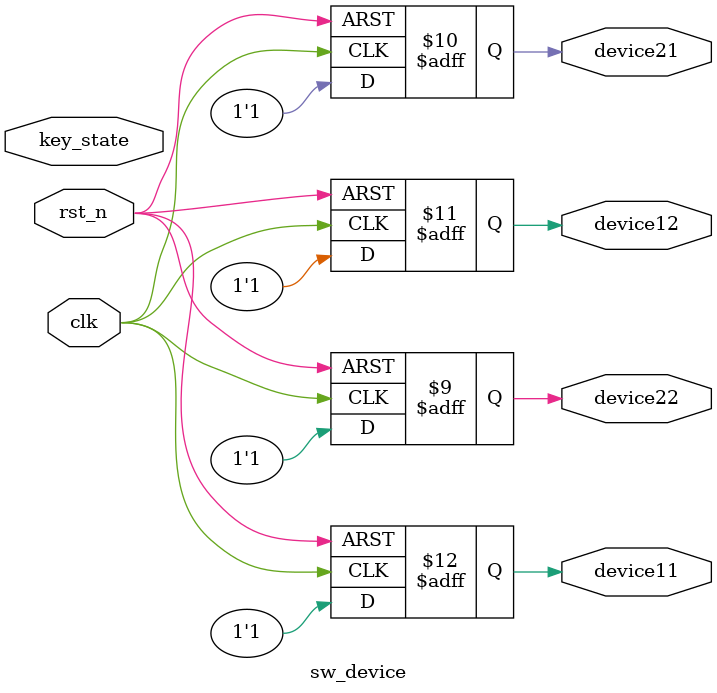
<source format=v>
module sw_device(
    input           clk             ,
    input           rst_n           ,
    input           key_state       ,
    output   reg    device11        ,
    output   reg    device12        ,
    output   reg    device21        ,
    output   reg    device22        
);

always @(posedge clk or negedge rst_n)begin
    if(!rst_n) device11<=0;
    else device11<=1;
end

always @(posedge clk or negedge rst_n)begin
    if(!rst_n) device12<=0;
    else device12<=1;
end

always @(posedge clk or negedge rst_n)begin
    if(!rst_n) device21<=0;
    else device21<=1;
end 

always @(posedge clk or negedge rst_n)begin
    if(!rst_n) device22<=0;
    else device22<=1;
end

endmodule 

</source>
